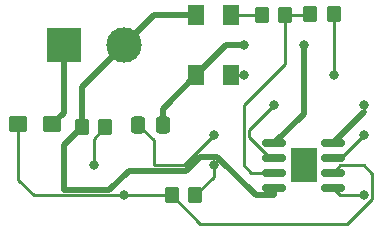
<source format=gbr>
%TF.GenerationSoftware,KiCad,Pcbnew,(6.0.10)*%
%TF.CreationDate,2023-02-17T12:11:39-08:00*%
%TF.ProjectId,exercise2,65786572-6369-4736-9532-2e6b69636164,rev?*%
%TF.SameCoordinates,Original*%
%TF.FileFunction,Copper,L1,Top*%
%TF.FilePolarity,Positive*%
%FSLAX46Y46*%
G04 Gerber Fmt 4.6, Leading zero omitted, Abs format (unit mm)*
G04 Created by KiCad (PCBNEW (6.0.10)) date 2023-02-17 12:11:39*
%MOMM*%
%LPD*%
G01*
G04 APERTURE LIST*
G04 Aperture macros list*
%AMRoundRect*
0 Rectangle with rounded corners*
0 $1 Rounding radius*
0 $2 $3 $4 $5 $6 $7 $8 $9 X,Y pos of 4 corners*
0 Add a 4 corners polygon primitive as box body*
4,1,4,$2,$3,$4,$5,$6,$7,$8,$9,$2,$3,0*
0 Add four circle primitives for the rounded corners*
1,1,$1+$1,$2,$3*
1,1,$1+$1,$4,$5*
1,1,$1+$1,$6,$7*
1,1,$1+$1,$8,$9*
0 Add four rect primitives between the rounded corners*
20,1,$1+$1,$2,$3,$4,$5,0*
20,1,$1+$1,$4,$5,$6,$7,0*
20,1,$1+$1,$6,$7,$8,$9,0*
20,1,$1+$1,$8,$9,$2,$3,0*%
G04 Aperture macros list end*
%TA.AperFunction,SMDPad,CuDef*%
%ADD10RoundRect,0.250000X0.350000X0.450000X-0.350000X0.450000X-0.350000X-0.450000X0.350000X-0.450000X0*%
%TD*%
%TA.AperFunction,SMDPad,CuDef*%
%ADD11RoundRect,0.150000X-0.825000X-0.150000X0.825000X-0.150000X0.825000X0.150000X-0.825000X0.150000X0*%
%TD*%
%TA.AperFunction,SMDPad,CuDef*%
%ADD12R,2.290000X3.000000*%
%TD*%
%TA.AperFunction,SMDPad,CuDef*%
%ADD13RoundRect,0.250001X0.462499X0.624999X-0.462499X0.624999X-0.462499X-0.624999X0.462499X-0.624999X0*%
%TD*%
%TA.AperFunction,SMDPad,CuDef*%
%ADD14RoundRect,0.250000X-0.537500X-0.425000X0.537500X-0.425000X0.537500X0.425000X-0.537500X0.425000X0*%
%TD*%
%TA.AperFunction,SMDPad,CuDef*%
%ADD15RoundRect,0.250000X-0.350000X-0.450000X0.350000X-0.450000X0.350000X0.450000X-0.350000X0.450000X0*%
%TD*%
%TA.AperFunction,SMDPad,CuDef*%
%ADD16RoundRect,0.250000X-0.337500X-0.475000X0.337500X-0.475000X0.337500X0.475000X-0.337500X0.475000X0*%
%TD*%
%TA.AperFunction,SMDPad,CuDef*%
%ADD17RoundRect,0.250001X-0.462499X-0.624999X0.462499X-0.624999X0.462499X0.624999X-0.462499X0.624999X0*%
%TD*%
%TA.AperFunction,ComponentPad*%
%ADD18R,3.000000X3.000000*%
%TD*%
%TA.AperFunction,ComponentPad*%
%ADD19C,3.000000*%
%TD*%
%TA.AperFunction,ViaPad*%
%ADD20C,0.800000*%
%TD*%
%TA.AperFunction,Conductor*%
%ADD21C,0.250000*%
%TD*%
%TA.AperFunction,Conductor*%
%ADD22C,0.508000*%
%TD*%
G04 APERTURE END LIST*
D10*
%TO.P,R2,1*%
%TO.N,/pin_7*%
X143240000Y-106680000D03*
%TO.P,R2,2*%
%TO.N,/pin_2*%
X141240000Y-106680000D03*
%TD*%
D11*
%TO.P,U1,1,GND*%
%TO.N,/GND*%
X149925000Y-102235000D03*
%TO.P,U1,2,TR*%
%TO.N,/pin_2*%
X149925000Y-103505000D03*
%TO.P,U1,3,Q*%
%TO.N,/pin_3*%
X149925000Y-104775000D03*
%TO.P,U1,4,R*%
%TO.N,/9V*%
X149925000Y-106045000D03*
%TO.P,U1,5,CV*%
%TO.N,Net-(C2-Pad1)*%
X154875000Y-106045000D03*
%TO.P,U1,6,THR*%
%TO.N,/pin_2*%
X154875000Y-104775000D03*
%TO.P,U1,7,DIS*%
%TO.N,/pin_7*%
X154875000Y-103505000D03*
%TO.P,U1,8,VCC*%
%TO.N,/9V*%
X154875000Y-102235000D03*
D12*
%TO.P,U1,9*%
%TO.N,N/C*%
X152400000Y-104140000D03*
%TD*%
D13*
%TO.P,D1,1,K*%
%TO.N,Net-(D1-Pad1)*%
X146267500Y-91440000D03*
%TO.P,D1,2,A*%
%TO.N,/9V*%
X143292500Y-91440000D03*
%TD*%
D14*
%TO.P,C1,1*%
%TO.N,/pin_2*%
X128260000Y-100670000D03*
%TO.P,C1,2*%
%TO.N,/GND*%
X131135000Y-100670000D03*
%TD*%
D15*
%TO.P,R1,1*%
%TO.N,/9V*%
X133620000Y-100905000D03*
%TO.P,R1,2*%
%TO.N,/pin_7*%
X135620000Y-100905000D03*
%TD*%
D16*
%TO.P,C2,1*%
%TO.N,Net-(C2-Pad1)*%
X138418744Y-100680000D03*
%TO.P,C2,2*%
%TO.N,/GND*%
X140493744Y-100680000D03*
%TD*%
D15*
%TO.P,R3,1*%
%TO.N,Net-(D1-Pad1)*%
X148860000Y-91440000D03*
%TO.P,R3,2*%
%TO.N,/pin_3*%
X150860000Y-91440000D03*
%TD*%
D17*
%TO.P,D2,1,K*%
%TO.N,/GND*%
X143292500Y-96520000D03*
%TO.P,D2,2,A*%
%TO.N,Net-(D2-Pad2)*%
X146267500Y-96520000D03*
%TD*%
D15*
%TO.P,R4,1*%
%TO.N,/pin_3*%
X152940000Y-91330000D03*
%TO.P,R4,2*%
%TO.N,Net-(D2-Pad2)*%
X154940000Y-91330000D03*
%TD*%
D18*
%TO.P,J1,1,Pin_1*%
%TO.N,/GND*%
X132080000Y-93980000D03*
D19*
%TO.P,J1,2,Pin_2*%
%TO.N,/9V*%
X137160000Y-93980000D03*
%TD*%
D20*
%TO.N,/pin_2*%
X137160000Y-106680000D03*
X149860000Y-99060000D03*
%TO.N,/GND*%
X152400000Y-93980000D03*
X147320000Y-93980000D03*
%TO.N,Net-(C2-Pad1)*%
X144780000Y-101600000D03*
X157480000Y-106680000D03*
%TO.N,/9V*%
X157480000Y-99060000D03*
%TO.N,Net-(D2-Pad2)*%
X147320000Y-96520000D03*
X154940000Y-96520000D03*
%TO.N,/pin_7*%
X157480000Y-101600000D03*
X134620000Y-104140000D03*
X144780000Y-104140000D03*
%TD*%
D21*
%TO.N,/pin_2*%
X128260000Y-100670000D02*
X128260000Y-105400000D01*
X156090305Y-109095000D02*
X143655000Y-109095000D01*
X137160000Y-106680000D02*
X141240000Y-106680000D01*
X155510000Y-104140000D02*
X157480000Y-104140000D01*
X147770000Y-101726751D02*
X147770000Y-101150000D01*
X157480000Y-104140000D02*
X158205000Y-104865000D01*
X129540000Y-106680000D02*
X137160000Y-106680000D01*
X143655000Y-109095000D02*
X141240000Y-106680000D01*
X147770000Y-101150000D02*
X149860000Y-99060000D01*
X149548249Y-103505000D02*
X147770000Y-101726751D01*
X149925000Y-103505000D02*
X149548249Y-103505000D01*
X158205000Y-104865000D02*
X158205000Y-106980305D01*
X154875000Y-104775000D02*
X155510000Y-104140000D01*
X158205000Y-106980305D02*
X156090305Y-109095000D01*
X128260000Y-105400000D02*
X129540000Y-106680000D01*
D22*
%TO.N,/GND*%
X149925000Y-102235000D02*
X152400000Y-99760000D01*
X140493744Y-99318756D02*
X140493744Y-100680000D01*
X147320000Y-93980000D02*
X145832500Y-93980000D01*
X152400000Y-93980000D02*
X152400000Y-99060000D01*
X145832500Y-93980000D02*
X143292500Y-96520000D01*
X132080000Y-99725000D02*
X131135000Y-100670000D01*
X152400000Y-99760000D02*
X152400000Y-99060000D01*
X143292500Y-96520000D02*
X140493744Y-99318756D01*
X132080000Y-93980000D02*
X132080000Y-99725000D01*
D21*
%TO.N,Net-(C2-Pad1)*%
X155510000Y-106680000D02*
X157480000Y-106680000D01*
X139700000Y-104140000D02*
X142240000Y-104140000D01*
X154875000Y-106045000D02*
X155510000Y-106680000D01*
X138418744Y-100680000D02*
X139700000Y-101961256D01*
X142240000Y-104140000D02*
X144780000Y-101600000D01*
X139700000Y-101961256D02*
X139700000Y-104140000D01*
%TO.N,Net-(D1-Pad1)*%
X146267500Y-91440000D02*
X148860000Y-91440000D01*
D22*
%TO.N,/9V*%
X137610000Y-104590000D02*
X135970000Y-106230000D01*
X132080000Y-102445000D02*
X133620000Y-100905000D01*
X154875000Y-102235000D02*
X157480000Y-99630000D01*
X135970000Y-106230000D02*
X132080000Y-106230000D01*
D21*
X149925000Y-106615000D02*
X149860000Y-106680000D01*
D22*
X149925000Y-106045000D02*
X149925000Y-106615000D01*
X133620000Y-97520000D02*
X133620000Y-100905000D01*
X149860000Y-106680000D02*
X148345305Y-106680000D01*
X137160000Y-93980000D02*
X133620000Y-97520000D01*
X148345305Y-106680000D02*
X145080305Y-103415000D01*
X143292500Y-91440000D02*
X139700000Y-91440000D01*
D21*
X157480000Y-99630000D02*
X157480000Y-99060000D01*
D22*
X139700000Y-91440000D02*
X137160000Y-93980000D01*
X145080305Y-103415000D02*
X143601396Y-103415000D01*
X142426396Y-104590000D02*
X137610000Y-104590000D01*
X143601396Y-103415000D02*
X142426396Y-104590000D01*
X132080000Y-106230000D02*
X132080000Y-102445000D01*
D21*
%TO.N,Net-(D2-Pad2)*%
X154940000Y-91440000D02*
X154940000Y-96520000D01*
X154940000Y-91330000D02*
X154940000Y-91440000D01*
X147320000Y-96520000D02*
X146267500Y-96520000D01*
%TO.N,/pin_7*%
X144780000Y-105140000D02*
X143240000Y-106680000D01*
X154875000Y-103505000D02*
X154940000Y-103570000D01*
X144780000Y-104140000D02*
X144780000Y-105140000D01*
X154940000Y-103570000D02*
X155510000Y-103570000D01*
X155510000Y-103570000D02*
X157480000Y-101600000D01*
X134620000Y-101905000D02*
X135620000Y-100905000D01*
X134620000Y-104140000D02*
X134620000Y-101905000D01*
%TO.N,/pin_3*%
X147320000Y-104140000D02*
X147955000Y-104775000D01*
X147320000Y-99060000D02*
X147320000Y-104140000D01*
X150860000Y-95520000D02*
X147320000Y-99060000D01*
X152830000Y-91440000D02*
X152940000Y-91330000D01*
X150860000Y-91440000D02*
X152830000Y-91440000D01*
X147955000Y-104775000D02*
X149925000Y-104775000D01*
X150860000Y-91440000D02*
X150860000Y-95520000D01*
%TD*%
M02*

</source>
